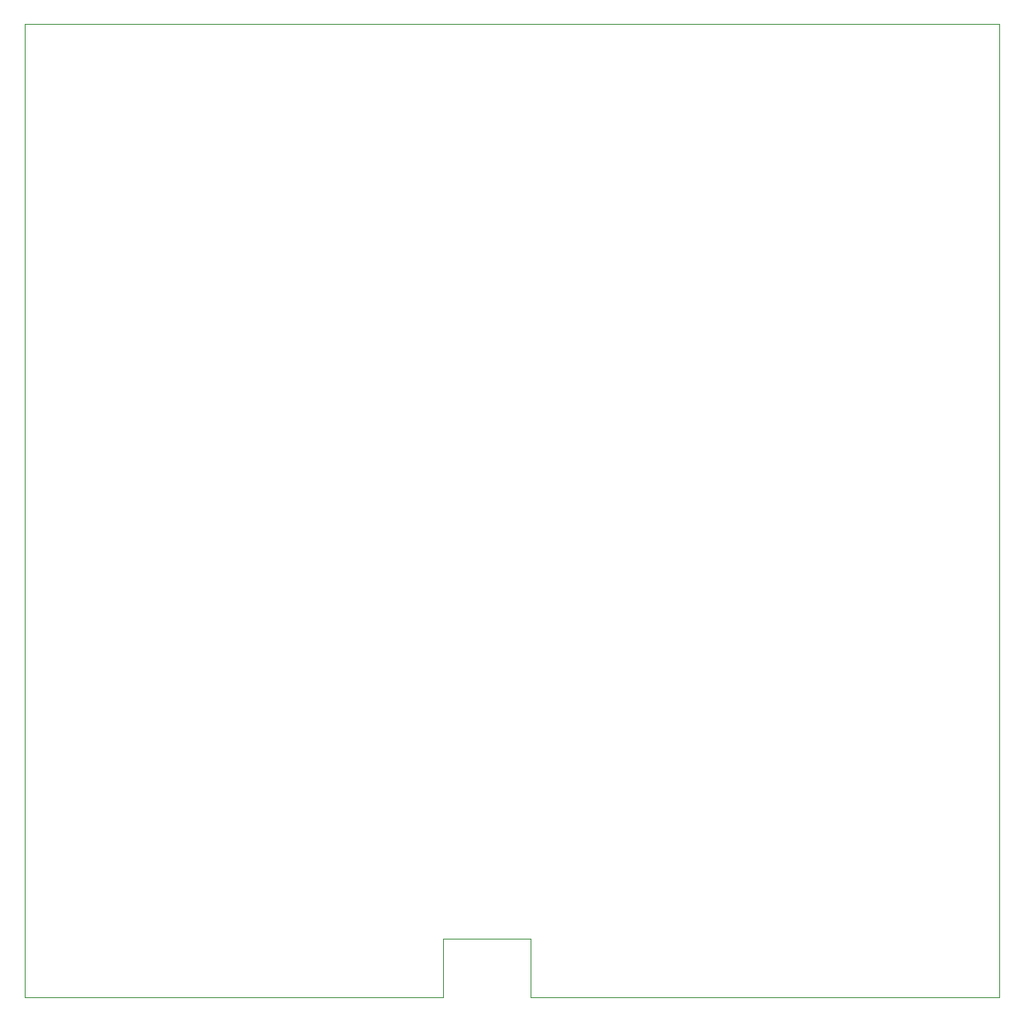
<source format=gbr>
%TF.GenerationSoftware,KiCad,Pcbnew,8.0.0*%
%TF.CreationDate,2024-03-30T13:43:14+01:00*%
%TF.ProjectId,schematic-main_HCU,73636865-6d61-4746-9963-2d6d61696e5f,rev?*%
%TF.SameCoordinates,Original*%
%TF.FileFunction,Profile,NP*%
%FSLAX46Y46*%
G04 Gerber Fmt 4.6, Leading zero omitted, Abs format (unit mm)*
G04 Created by KiCad (PCBNEW 8.0.0) date 2024-03-30 13:43:14*
%MOMM*%
%LPD*%
G01*
G04 APERTURE LIST*
%TA.AperFunction,Profile*%
%ADD10C,0.050000*%
%TD*%
G04 APERTURE END LIST*
D10*
X91900000Y-151800000D02*
X49000000Y-151800000D01*
X49000000Y-151800000D02*
X49000000Y-51900000D01*
X91900000Y-145800000D02*
X100900000Y-145800000D01*
X100900000Y-151800000D02*
X149000000Y-151800000D01*
X100900000Y-151800000D02*
X100900000Y-145800000D01*
X149000000Y-51900000D02*
X149000000Y-151800000D01*
X149000000Y-51900000D02*
X49000000Y-51900000D01*
X91900000Y-151800000D02*
X91900000Y-145800000D01*
M02*

</source>
